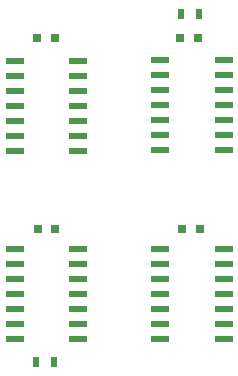
<source format=gbr>
G04 #@! TF.FileFunction,Paste,Bot*
%FSLAX46Y46*%
G04 Gerber Fmt 4.6, Leading zero omitted, Abs format (unit mm)*
G04 Created by KiCad (PCBNEW 4.0.7) date 07/10/18 22:49:54*
%MOMM*%
%LPD*%
G01*
G04 APERTURE LIST*
%ADD10C,0.100000*%
%ADD11R,0.800000X0.750000*%
%ADD12R,0.500000X0.900000*%
%ADD13R,1.500000X0.600000*%
G04 APERTURE END LIST*
D10*
D11*
X78599600Y-74767440D03*
X80099600Y-74767440D03*
X78548800Y-58585100D03*
X80048800Y-58585100D03*
X90817000Y-74764900D03*
X92317000Y-74764900D03*
X90639200Y-58585100D03*
X92139200Y-58585100D03*
D12*
X79959900Y-85991700D03*
X78459900Y-85991700D03*
X92228100Y-56540400D03*
X90728100Y-56540400D03*
D13*
X88955900Y-68084700D03*
X88955900Y-66814700D03*
X88955900Y-65544700D03*
X88955900Y-64274700D03*
X88955900Y-63004700D03*
X88955900Y-61734700D03*
X88955900Y-60464700D03*
X94355900Y-60464700D03*
X94355900Y-61734700D03*
X94355900Y-63004700D03*
X94355900Y-64274700D03*
X94355900Y-65544700D03*
X94355900Y-66814700D03*
X94355900Y-68084700D03*
X88968600Y-84086700D03*
X88968600Y-82816700D03*
X88968600Y-81546700D03*
X88968600Y-80276700D03*
X88968600Y-79006700D03*
X88968600Y-77736700D03*
X88968600Y-76466700D03*
X94368600Y-76466700D03*
X94368600Y-77736700D03*
X94368600Y-79006700D03*
X94368600Y-80276700D03*
X94368600Y-81546700D03*
X94368600Y-82816700D03*
X94368600Y-84086700D03*
X76649600Y-68127880D03*
X76649600Y-66857880D03*
X76649600Y-65587880D03*
X76649600Y-64317880D03*
X76649600Y-63047880D03*
X76649600Y-61777880D03*
X76649600Y-60507880D03*
X82049600Y-60507880D03*
X82049600Y-61777880D03*
X82049600Y-63047880D03*
X82049600Y-64317880D03*
X82049600Y-65587880D03*
X82049600Y-66857880D03*
X82049600Y-68127880D03*
X76639440Y-84094320D03*
X76639440Y-82824320D03*
X76639440Y-81554320D03*
X76639440Y-80284320D03*
X76639440Y-79014320D03*
X76639440Y-77744320D03*
X76639440Y-76474320D03*
X82039440Y-76474320D03*
X82039440Y-77744320D03*
X82039440Y-79014320D03*
X82039440Y-80284320D03*
X82039440Y-81554320D03*
X82039440Y-82824320D03*
X82039440Y-84094320D03*
M02*

</source>
